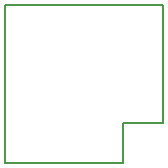
<source format=gbr>
G04 #@! TF.GenerationSoftware,KiCad,Pcbnew,(2017-05-31 revision c0bb8a30c)-makepkg*
G04 #@! TF.CreationDate,2017-07-13T16:13:42-05:00*
G04 #@! TF.ProjectId,45 Neo,3435204E656F2E6B696361645F706362,rev?*
G04 #@! TF.FileFunction,Profile,NP*
%FSLAX46Y46*%
G04 Gerber Fmt 4.6, Leading zero omitted, Abs format (unit mm)*
G04 Created by KiCad (PCBNEW (2017-05-31 revision c0bb8a30c)-makepkg) date 07/13/17 16:13:42*
%MOMM*%
%LPD*%
G01*
G04 APERTURE LIST*
%ADD10C,0.100000*%
%ADD11C,0.200000*%
G04 APERTURE END LIST*
D10*
D11*
X150000000Y0D02*
X163400000Y0D01*
X150000000Y0D02*
X150000000Y-13400000D01*
X150000000Y-13400000D02*
X160000000Y-13400000D01*
X163400000Y0D02*
X163400000Y-10000000D01*
X163400000Y-10000000D02*
X160000000Y-10000000D01*
X160000000Y-10000000D02*
X160000000Y-13400000D01*
M02*

</source>
